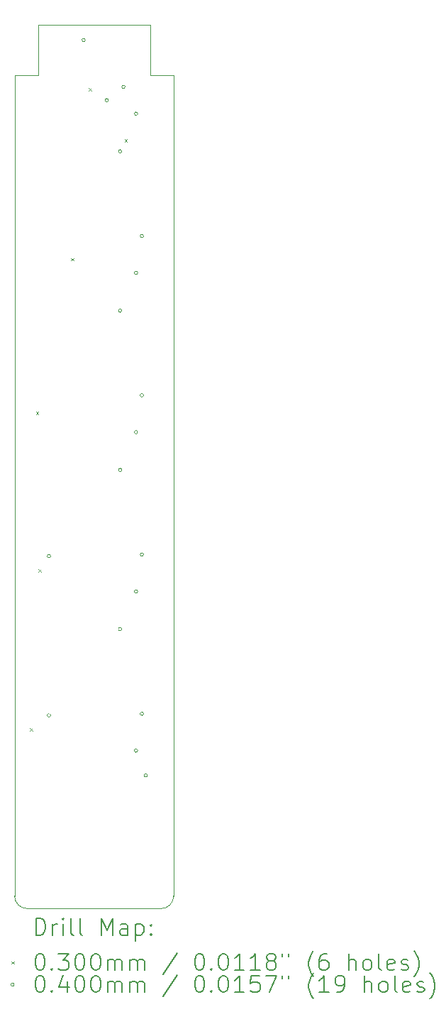
<source format=gbr>
%TF.GenerationSoftware,KiCad,Pcbnew,7.0.8*%
%TF.CreationDate,2023-12-05T05:13:54-08:00*%
%TF.ProjectId,Seismos_5-Key,53656973-6d6f-4735-9f35-2d4b65792e6b,rev?*%
%TF.SameCoordinates,Original*%
%TF.FileFunction,Drillmap*%
%TF.FilePolarity,Positive*%
%FSLAX45Y45*%
G04 Gerber Fmt 4.5, Leading zero omitted, Abs format (unit mm)*
G04 Created by KiCad (PCBNEW 7.0.8) date 2023-12-05 05:13:54*
%MOMM*%
%LPD*%
G01*
G04 APERTURE LIST*
%ADD10C,0.100000*%
%ADD11C,0.200000*%
%ADD12C,0.030000*%
%ADD13C,0.040000*%
G04 APERTURE END LIST*
D10*
X3750000Y-12893934D02*
X3750000Y-3100000D01*
X5500000Y-13043934D02*
X3900000Y-13043934D01*
X3750006Y-12893934D02*
G75*
G03*
X3900000Y-13043934I149994J-6D01*
G01*
X4030000Y-2500000D02*
X4030000Y-3100000D01*
X3750000Y-3100000D02*
X4030000Y-3100000D01*
X5650000Y-3100000D02*
X5370000Y-3100000D01*
X5500000Y-13043940D02*
G75*
G03*
X5650000Y-12893934I-10J150010D01*
G01*
X5650000Y-3100000D02*
X5650000Y-12893934D01*
X5370000Y-3100000D02*
X5370000Y-2500000D01*
X4030000Y-2500000D02*
X5370000Y-2500000D01*
D11*
D12*
X3935000Y-10895000D02*
X3965000Y-10925000D01*
X3965000Y-10895000D02*
X3935000Y-10925000D01*
X4005000Y-7115000D02*
X4035000Y-7145000D01*
X4035000Y-7115000D02*
X4005000Y-7145000D01*
X4035000Y-8995000D02*
X4065000Y-9025000D01*
X4065000Y-8995000D02*
X4035000Y-9025000D01*
X4423050Y-5285000D02*
X4453050Y-5315000D01*
X4453050Y-5285000D02*
X4423050Y-5315000D01*
X4635000Y-3255000D02*
X4665000Y-3285000D01*
X4665000Y-3255000D02*
X4635000Y-3285000D01*
X5065000Y-3865000D02*
X5095000Y-3895000D01*
X5095000Y-3865000D02*
X5065000Y-3895000D01*
D13*
X4180000Y-8840000D02*
G75*
G03*
X4180000Y-8840000I-20000J0D01*
G01*
X4180000Y-10740000D02*
G75*
G03*
X4180000Y-10740000I-20000J0D01*
G01*
X4595000Y-2681000D02*
G75*
G03*
X4595000Y-2681000I-20000J0D01*
G01*
X4870000Y-3400000D02*
G75*
G03*
X4870000Y-3400000I-20000J0D01*
G01*
X5030000Y-4010000D02*
G75*
G03*
X5030000Y-4010000I-20000J0D01*
G01*
X5030000Y-5910000D02*
G75*
G03*
X5030000Y-5910000I-20000J0D01*
G01*
X5030000Y-7810000D02*
G75*
G03*
X5030000Y-7810000I-20000J0D01*
G01*
X5030000Y-9710000D02*
G75*
G03*
X5030000Y-9710000I-20000J0D01*
G01*
X5070000Y-3240000D02*
G75*
G03*
X5070000Y-3240000I-20000J0D01*
G01*
X5220000Y-3560000D02*
G75*
G03*
X5220000Y-3560000I-20000J0D01*
G01*
X5220000Y-5460000D02*
G75*
G03*
X5220000Y-5460000I-20000J0D01*
G01*
X5220000Y-7360000D02*
G75*
G03*
X5220000Y-7360000I-20000J0D01*
G01*
X5220000Y-9260000D02*
G75*
G03*
X5220000Y-9260000I-20000J0D01*
G01*
X5220000Y-11160000D02*
G75*
G03*
X5220000Y-11160000I-20000J0D01*
G01*
X5290000Y-5020000D02*
G75*
G03*
X5290000Y-5020000I-20000J0D01*
G01*
X5290000Y-6920000D02*
G75*
G03*
X5290000Y-6920000I-20000J0D01*
G01*
X5290000Y-8820000D02*
G75*
G03*
X5290000Y-8820000I-20000J0D01*
G01*
X5290000Y-10720000D02*
G75*
G03*
X5290000Y-10720000I-20000J0D01*
G01*
X5336100Y-11455000D02*
G75*
G03*
X5336100Y-11455000I-20000J0D01*
G01*
D11*
X4005777Y-13360418D02*
X4005777Y-13160418D01*
X4005777Y-13160418D02*
X4053396Y-13160418D01*
X4053396Y-13160418D02*
X4081967Y-13169942D01*
X4081967Y-13169942D02*
X4101015Y-13188989D01*
X4101015Y-13188989D02*
X4110539Y-13208037D01*
X4110539Y-13208037D02*
X4120062Y-13246132D01*
X4120062Y-13246132D02*
X4120062Y-13274703D01*
X4120062Y-13274703D02*
X4110539Y-13312799D01*
X4110539Y-13312799D02*
X4101015Y-13331846D01*
X4101015Y-13331846D02*
X4081967Y-13350894D01*
X4081967Y-13350894D02*
X4053396Y-13360418D01*
X4053396Y-13360418D02*
X4005777Y-13360418D01*
X4205777Y-13360418D02*
X4205777Y-13227084D01*
X4205777Y-13265180D02*
X4215301Y-13246132D01*
X4215301Y-13246132D02*
X4224824Y-13236608D01*
X4224824Y-13236608D02*
X4243872Y-13227084D01*
X4243872Y-13227084D02*
X4262920Y-13227084D01*
X4329586Y-13360418D02*
X4329586Y-13227084D01*
X4329586Y-13160418D02*
X4320063Y-13169942D01*
X4320063Y-13169942D02*
X4329586Y-13179465D01*
X4329586Y-13179465D02*
X4339110Y-13169942D01*
X4339110Y-13169942D02*
X4329586Y-13160418D01*
X4329586Y-13160418D02*
X4329586Y-13179465D01*
X4453396Y-13360418D02*
X4434348Y-13350894D01*
X4434348Y-13350894D02*
X4424824Y-13331846D01*
X4424824Y-13331846D02*
X4424824Y-13160418D01*
X4558158Y-13360418D02*
X4539110Y-13350894D01*
X4539110Y-13350894D02*
X4529586Y-13331846D01*
X4529586Y-13331846D02*
X4529586Y-13160418D01*
X4786729Y-13360418D02*
X4786729Y-13160418D01*
X4786729Y-13160418D02*
X4853396Y-13303275D01*
X4853396Y-13303275D02*
X4920063Y-13160418D01*
X4920063Y-13160418D02*
X4920063Y-13360418D01*
X5101015Y-13360418D02*
X5101015Y-13255656D01*
X5101015Y-13255656D02*
X5091491Y-13236608D01*
X5091491Y-13236608D02*
X5072444Y-13227084D01*
X5072444Y-13227084D02*
X5034348Y-13227084D01*
X5034348Y-13227084D02*
X5015301Y-13236608D01*
X5101015Y-13350894D02*
X5081967Y-13360418D01*
X5081967Y-13360418D02*
X5034348Y-13360418D01*
X5034348Y-13360418D02*
X5015301Y-13350894D01*
X5015301Y-13350894D02*
X5005777Y-13331846D01*
X5005777Y-13331846D02*
X5005777Y-13312799D01*
X5005777Y-13312799D02*
X5015301Y-13293751D01*
X5015301Y-13293751D02*
X5034348Y-13284227D01*
X5034348Y-13284227D02*
X5081967Y-13284227D01*
X5081967Y-13284227D02*
X5101015Y-13274703D01*
X5196253Y-13227084D02*
X5196253Y-13427084D01*
X5196253Y-13236608D02*
X5215301Y-13227084D01*
X5215301Y-13227084D02*
X5253396Y-13227084D01*
X5253396Y-13227084D02*
X5272444Y-13236608D01*
X5272444Y-13236608D02*
X5281967Y-13246132D01*
X5281967Y-13246132D02*
X5291491Y-13265180D01*
X5291491Y-13265180D02*
X5291491Y-13322322D01*
X5291491Y-13322322D02*
X5281967Y-13341370D01*
X5281967Y-13341370D02*
X5272444Y-13350894D01*
X5272444Y-13350894D02*
X5253396Y-13360418D01*
X5253396Y-13360418D02*
X5215301Y-13360418D01*
X5215301Y-13360418D02*
X5196253Y-13350894D01*
X5377205Y-13341370D02*
X5386729Y-13350894D01*
X5386729Y-13350894D02*
X5377205Y-13360418D01*
X5377205Y-13360418D02*
X5367682Y-13350894D01*
X5367682Y-13350894D02*
X5377205Y-13341370D01*
X5377205Y-13341370D02*
X5377205Y-13360418D01*
X5377205Y-13236608D02*
X5386729Y-13246132D01*
X5386729Y-13246132D02*
X5377205Y-13255656D01*
X5377205Y-13255656D02*
X5367682Y-13246132D01*
X5367682Y-13246132D02*
X5377205Y-13236608D01*
X5377205Y-13236608D02*
X5377205Y-13255656D01*
D12*
X3715000Y-13673934D02*
X3745000Y-13703934D01*
X3745000Y-13673934D02*
X3715000Y-13703934D01*
D11*
X4043872Y-13580418D02*
X4062920Y-13580418D01*
X4062920Y-13580418D02*
X4081967Y-13589942D01*
X4081967Y-13589942D02*
X4091491Y-13599465D01*
X4091491Y-13599465D02*
X4101015Y-13618513D01*
X4101015Y-13618513D02*
X4110539Y-13656608D01*
X4110539Y-13656608D02*
X4110539Y-13704227D01*
X4110539Y-13704227D02*
X4101015Y-13742322D01*
X4101015Y-13742322D02*
X4091491Y-13761370D01*
X4091491Y-13761370D02*
X4081967Y-13770894D01*
X4081967Y-13770894D02*
X4062920Y-13780418D01*
X4062920Y-13780418D02*
X4043872Y-13780418D01*
X4043872Y-13780418D02*
X4024824Y-13770894D01*
X4024824Y-13770894D02*
X4015301Y-13761370D01*
X4015301Y-13761370D02*
X4005777Y-13742322D01*
X4005777Y-13742322D02*
X3996253Y-13704227D01*
X3996253Y-13704227D02*
X3996253Y-13656608D01*
X3996253Y-13656608D02*
X4005777Y-13618513D01*
X4005777Y-13618513D02*
X4015301Y-13599465D01*
X4015301Y-13599465D02*
X4024824Y-13589942D01*
X4024824Y-13589942D02*
X4043872Y-13580418D01*
X4196253Y-13761370D02*
X4205777Y-13770894D01*
X4205777Y-13770894D02*
X4196253Y-13780418D01*
X4196253Y-13780418D02*
X4186729Y-13770894D01*
X4186729Y-13770894D02*
X4196253Y-13761370D01*
X4196253Y-13761370D02*
X4196253Y-13780418D01*
X4272444Y-13580418D02*
X4396253Y-13580418D01*
X4396253Y-13580418D02*
X4329586Y-13656608D01*
X4329586Y-13656608D02*
X4358158Y-13656608D01*
X4358158Y-13656608D02*
X4377205Y-13666132D01*
X4377205Y-13666132D02*
X4386729Y-13675656D01*
X4386729Y-13675656D02*
X4396253Y-13694703D01*
X4396253Y-13694703D02*
X4396253Y-13742322D01*
X4396253Y-13742322D02*
X4386729Y-13761370D01*
X4386729Y-13761370D02*
X4377205Y-13770894D01*
X4377205Y-13770894D02*
X4358158Y-13780418D01*
X4358158Y-13780418D02*
X4301015Y-13780418D01*
X4301015Y-13780418D02*
X4281967Y-13770894D01*
X4281967Y-13770894D02*
X4272444Y-13761370D01*
X4520063Y-13580418D02*
X4539110Y-13580418D01*
X4539110Y-13580418D02*
X4558158Y-13589942D01*
X4558158Y-13589942D02*
X4567682Y-13599465D01*
X4567682Y-13599465D02*
X4577205Y-13618513D01*
X4577205Y-13618513D02*
X4586729Y-13656608D01*
X4586729Y-13656608D02*
X4586729Y-13704227D01*
X4586729Y-13704227D02*
X4577205Y-13742322D01*
X4577205Y-13742322D02*
X4567682Y-13761370D01*
X4567682Y-13761370D02*
X4558158Y-13770894D01*
X4558158Y-13770894D02*
X4539110Y-13780418D01*
X4539110Y-13780418D02*
X4520063Y-13780418D01*
X4520063Y-13780418D02*
X4501015Y-13770894D01*
X4501015Y-13770894D02*
X4491491Y-13761370D01*
X4491491Y-13761370D02*
X4481967Y-13742322D01*
X4481967Y-13742322D02*
X4472444Y-13704227D01*
X4472444Y-13704227D02*
X4472444Y-13656608D01*
X4472444Y-13656608D02*
X4481967Y-13618513D01*
X4481967Y-13618513D02*
X4491491Y-13599465D01*
X4491491Y-13599465D02*
X4501015Y-13589942D01*
X4501015Y-13589942D02*
X4520063Y-13580418D01*
X4710539Y-13580418D02*
X4729586Y-13580418D01*
X4729586Y-13580418D02*
X4748634Y-13589942D01*
X4748634Y-13589942D02*
X4758158Y-13599465D01*
X4758158Y-13599465D02*
X4767682Y-13618513D01*
X4767682Y-13618513D02*
X4777205Y-13656608D01*
X4777205Y-13656608D02*
X4777205Y-13704227D01*
X4777205Y-13704227D02*
X4767682Y-13742322D01*
X4767682Y-13742322D02*
X4758158Y-13761370D01*
X4758158Y-13761370D02*
X4748634Y-13770894D01*
X4748634Y-13770894D02*
X4729586Y-13780418D01*
X4729586Y-13780418D02*
X4710539Y-13780418D01*
X4710539Y-13780418D02*
X4691491Y-13770894D01*
X4691491Y-13770894D02*
X4681967Y-13761370D01*
X4681967Y-13761370D02*
X4672444Y-13742322D01*
X4672444Y-13742322D02*
X4662920Y-13704227D01*
X4662920Y-13704227D02*
X4662920Y-13656608D01*
X4662920Y-13656608D02*
X4672444Y-13618513D01*
X4672444Y-13618513D02*
X4681967Y-13599465D01*
X4681967Y-13599465D02*
X4691491Y-13589942D01*
X4691491Y-13589942D02*
X4710539Y-13580418D01*
X4862920Y-13780418D02*
X4862920Y-13647084D01*
X4862920Y-13666132D02*
X4872444Y-13656608D01*
X4872444Y-13656608D02*
X4891491Y-13647084D01*
X4891491Y-13647084D02*
X4920063Y-13647084D01*
X4920063Y-13647084D02*
X4939110Y-13656608D01*
X4939110Y-13656608D02*
X4948634Y-13675656D01*
X4948634Y-13675656D02*
X4948634Y-13780418D01*
X4948634Y-13675656D02*
X4958158Y-13656608D01*
X4958158Y-13656608D02*
X4977205Y-13647084D01*
X4977205Y-13647084D02*
X5005777Y-13647084D01*
X5005777Y-13647084D02*
X5024825Y-13656608D01*
X5024825Y-13656608D02*
X5034348Y-13675656D01*
X5034348Y-13675656D02*
X5034348Y-13780418D01*
X5129586Y-13780418D02*
X5129586Y-13647084D01*
X5129586Y-13666132D02*
X5139110Y-13656608D01*
X5139110Y-13656608D02*
X5158158Y-13647084D01*
X5158158Y-13647084D02*
X5186729Y-13647084D01*
X5186729Y-13647084D02*
X5205777Y-13656608D01*
X5205777Y-13656608D02*
X5215301Y-13675656D01*
X5215301Y-13675656D02*
X5215301Y-13780418D01*
X5215301Y-13675656D02*
X5224825Y-13656608D01*
X5224825Y-13656608D02*
X5243872Y-13647084D01*
X5243872Y-13647084D02*
X5272444Y-13647084D01*
X5272444Y-13647084D02*
X5291491Y-13656608D01*
X5291491Y-13656608D02*
X5301015Y-13675656D01*
X5301015Y-13675656D02*
X5301015Y-13780418D01*
X5691491Y-13570894D02*
X5520063Y-13828037D01*
X5948634Y-13580418D02*
X5967682Y-13580418D01*
X5967682Y-13580418D02*
X5986729Y-13589942D01*
X5986729Y-13589942D02*
X5996253Y-13599465D01*
X5996253Y-13599465D02*
X6005777Y-13618513D01*
X6005777Y-13618513D02*
X6015301Y-13656608D01*
X6015301Y-13656608D02*
X6015301Y-13704227D01*
X6015301Y-13704227D02*
X6005777Y-13742322D01*
X6005777Y-13742322D02*
X5996253Y-13761370D01*
X5996253Y-13761370D02*
X5986729Y-13770894D01*
X5986729Y-13770894D02*
X5967682Y-13780418D01*
X5967682Y-13780418D02*
X5948634Y-13780418D01*
X5948634Y-13780418D02*
X5929586Y-13770894D01*
X5929586Y-13770894D02*
X5920063Y-13761370D01*
X5920063Y-13761370D02*
X5910539Y-13742322D01*
X5910539Y-13742322D02*
X5901015Y-13704227D01*
X5901015Y-13704227D02*
X5901015Y-13656608D01*
X5901015Y-13656608D02*
X5910539Y-13618513D01*
X5910539Y-13618513D02*
X5920063Y-13599465D01*
X5920063Y-13599465D02*
X5929586Y-13589942D01*
X5929586Y-13589942D02*
X5948634Y-13580418D01*
X6101015Y-13761370D02*
X6110539Y-13770894D01*
X6110539Y-13770894D02*
X6101015Y-13780418D01*
X6101015Y-13780418D02*
X6091491Y-13770894D01*
X6091491Y-13770894D02*
X6101015Y-13761370D01*
X6101015Y-13761370D02*
X6101015Y-13780418D01*
X6234348Y-13580418D02*
X6253396Y-13580418D01*
X6253396Y-13580418D02*
X6272444Y-13589942D01*
X6272444Y-13589942D02*
X6281967Y-13599465D01*
X6281967Y-13599465D02*
X6291491Y-13618513D01*
X6291491Y-13618513D02*
X6301015Y-13656608D01*
X6301015Y-13656608D02*
X6301015Y-13704227D01*
X6301015Y-13704227D02*
X6291491Y-13742322D01*
X6291491Y-13742322D02*
X6281967Y-13761370D01*
X6281967Y-13761370D02*
X6272444Y-13770894D01*
X6272444Y-13770894D02*
X6253396Y-13780418D01*
X6253396Y-13780418D02*
X6234348Y-13780418D01*
X6234348Y-13780418D02*
X6215301Y-13770894D01*
X6215301Y-13770894D02*
X6205777Y-13761370D01*
X6205777Y-13761370D02*
X6196253Y-13742322D01*
X6196253Y-13742322D02*
X6186729Y-13704227D01*
X6186729Y-13704227D02*
X6186729Y-13656608D01*
X6186729Y-13656608D02*
X6196253Y-13618513D01*
X6196253Y-13618513D02*
X6205777Y-13599465D01*
X6205777Y-13599465D02*
X6215301Y-13589942D01*
X6215301Y-13589942D02*
X6234348Y-13580418D01*
X6491491Y-13780418D02*
X6377206Y-13780418D01*
X6434348Y-13780418D02*
X6434348Y-13580418D01*
X6434348Y-13580418D02*
X6415301Y-13608989D01*
X6415301Y-13608989D02*
X6396253Y-13628037D01*
X6396253Y-13628037D02*
X6377206Y-13637561D01*
X6681967Y-13780418D02*
X6567682Y-13780418D01*
X6624825Y-13780418D02*
X6624825Y-13580418D01*
X6624825Y-13580418D02*
X6605777Y-13608989D01*
X6605777Y-13608989D02*
X6586729Y-13628037D01*
X6586729Y-13628037D02*
X6567682Y-13637561D01*
X6796253Y-13666132D02*
X6777206Y-13656608D01*
X6777206Y-13656608D02*
X6767682Y-13647084D01*
X6767682Y-13647084D02*
X6758158Y-13628037D01*
X6758158Y-13628037D02*
X6758158Y-13618513D01*
X6758158Y-13618513D02*
X6767682Y-13599465D01*
X6767682Y-13599465D02*
X6777206Y-13589942D01*
X6777206Y-13589942D02*
X6796253Y-13580418D01*
X6796253Y-13580418D02*
X6834348Y-13580418D01*
X6834348Y-13580418D02*
X6853396Y-13589942D01*
X6853396Y-13589942D02*
X6862920Y-13599465D01*
X6862920Y-13599465D02*
X6872444Y-13618513D01*
X6872444Y-13618513D02*
X6872444Y-13628037D01*
X6872444Y-13628037D02*
X6862920Y-13647084D01*
X6862920Y-13647084D02*
X6853396Y-13656608D01*
X6853396Y-13656608D02*
X6834348Y-13666132D01*
X6834348Y-13666132D02*
X6796253Y-13666132D01*
X6796253Y-13666132D02*
X6777206Y-13675656D01*
X6777206Y-13675656D02*
X6767682Y-13685180D01*
X6767682Y-13685180D02*
X6758158Y-13704227D01*
X6758158Y-13704227D02*
X6758158Y-13742322D01*
X6758158Y-13742322D02*
X6767682Y-13761370D01*
X6767682Y-13761370D02*
X6777206Y-13770894D01*
X6777206Y-13770894D02*
X6796253Y-13780418D01*
X6796253Y-13780418D02*
X6834348Y-13780418D01*
X6834348Y-13780418D02*
X6853396Y-13770894D01*
X6853396Y-13770894D02*
X6862920Y-13761370D01*
X6862920Y-13761370D02*
X6872444Y-13742322D01*
X6872444Y-13742322D02*
X6872444Y-13704227D01*
X6872444Y-13704227D02*
X6862920Y-13685180D01*
X6862920Y-13685180D02*
X6853396Y-13675656D01*
X6853396Y-13675656D02*
X6834348Y-13666132D01*
X6948634Y-13580418D02*
X6948634Y-13618513D01*
X7024825Y-13580418D02*
X7024825Y-13618513D01*
X7320063Y-13856608D02*
X7310539Y-13847084D01*
X7310539Y-13847084D02*
X7291491Y-13818513D01*
X7291491Y-13818513D02*
X7281968Y-13799465D01*
X7281968Y-13799465D02*
X7272444Y-13770894D01*
X7272444Y-13770894D02*
X7262920Y-13723275D01*
X7262920Y-13723275D02*
X7262920Y-13685180D01*
X7262920Y-13685180D02*
X7272444Y-13637561D01*
X7272444Y-13637561D02*
X7281968Y-13608989D01*
X7281968Y-13608989D02*
X7291491Y-13589942D01*
X7291491Y-13589942D02*
X7310539Y-13561370D01*
X7310539Y-13561370D02*
X7320063Y-13551846D01*
X7481968Y-13580418D02*
X7443872Y-13580418D01*
X7443872Y-13580418D02*
X7424825Y-13589942D01*
X7424825Y-13589942D02*
X7415301Y-13599465D01*
X7415301Y-13599465D02*
X7396253Y-13628037D01*
X7396253Y-13628037D02*
X7386729Y-13666132D01*
X7386729Y-13666132D02*
X7386729Y-13742322D01*
X7386729Y-13742322D02*
X7396253Y-13761370D01*
X7396253Y-13761370D02*
X7405777Y-13770894D01*
X7405777Y-13770894D02*
X7424825Y-13780418D01*
X7424825Y-13780418D02*
X7462920Y-13780418D01*
X7462920Y-13780418D02*
X7481968Y-13770894D01*
X7481968Y-13770894D02*
X7491491Y-13761370D01*
X7491491Y-13761370D02*
X7501015Y-13742322D01*
X7501015Y-13742322D02*
X7501015Y-13694703D01*
X7501015Y-13694703D02*
X7491491Y-13675656D01*
X7491491Y-13675656D02*
X7481968Y-13666132D01*
X7481968Y-13666132D02*
X7462920Y-13656608D01*
X7462920Y-13656608D02*
X7424825Y-13656608D01*
X7424825Y-13656608D02*
X7405777Y-13666132D01*
X7405777Y-13666132D02*
X7396253Y-13675656D01*
X7396253Y-13675656D02*
X7386729Y-13694703D01*
X7739110Y-13780418D02*
X7739110Y-13580418D01*
X7824825Y-13780418D02*
X7824825Y-13675656D01*
X7824825Y-13675656D02*
X7815301Y-13656608D01*
X7815301Y-13656608D02*
X7796253Y-13647084D01*
X7796253Y-13647084D02*
X7767682Y-13647084D01*
X7767682Y-13647084D02*
X7748634Y-13656608D01*
X7748634Y-13656608D02*
X7739110Y-13666132D01*
X7948634Y-13780418D02*
X7929587Y-13770894D01*
X7929587Y-13770894D02*
X7920063Y-13761370D01*
X7920063Y-13761370D02*
X7910539Y-13742322D01*
X7910539Y-13742322D02*
X7910539Y-13685180D01*
X7910539Y-13685180D02*
X7920063Y-13666132D01*
X7920063Y-13666132D02*
X7929587Y-13656608D01*
X7929587Y-13656608D02*
X7948634Y-13647084D01*
X7948634Y-13647084D02*
X7977206Y-13647084D01*
X7977206Y-13647084D02*
X7996253Y-13656608D01*
X7996253Y-13656608D02*
X8005777Y-13666132D01*
X8005777Y-13666132D02*
X8015301Y-13685180D01*
X8015301Y-13685180D02*
X8015301Y-13742322D01*
X8015301Y-13742322D02*
X8005777Y-13761370D01*
X8005777Y-13761370D02*
X7996253Y-13770894D01*
X7996253Y-13770894D02*
X7977206Y-13780418D01*
X7977206Y-13780418D02*
X7948634Y-13780418D01*
X8129587Y-13780418D02*
X8110539Y-13770894D01*
X8110539Y-13770894D02*
X8101015Y-13751846D01*
X8101015Y-13751846D02*
X8101015Y-13580418D01*
X8281968Y-13770894D02*
X8262920Y-13780418D01*
X8262920Y-13780418D02*
X8224825Y-13780418D01*
X8224825Y-13780418D02*
X8205777Y-13770894D01*
X8205777Y-13770894D02*
X8196253Y-13751846D01*
X8196253Y-13751846D02*
X8196253Y-13675656D01*
X8196253Y-13675656D02*
X8205777Y-13656608D01*
X8205777Y-13656608D02*
X8224825Y-13647084D01*
X8224825Y-13647084D02*
X8262920Y-13647084D01*
X8262920Y-13647084D02*
X8281968Y-13656608D01*
X8281968Y-13656608D02*
X8291491Y-13675656D01*
X8291491Y-13675656D02*
X8291491Y-13694703D01*
X8291491Y-13694703D02*
X8196253Y-13713751D01*
X8367682Y-13770894D02*
X8386730Y-13780418D01*
X8386730Y-13780418D02*
X8424825Y-13780418D01*
X8424825Y-13780418D02*
X8443873Y-13770894D01*
X8443873Y-13770894D02*
X8453396Y-13751846D01*
X8453396Y-13751846D02*
X8453396Y-13742322D01*
X8453396Y-13742322D02*
X8443873Y-13723275D01*
X8443873Y-13723275D02*
X8424825Y-13713751D01*
X8424825Y-13713751D02*
X8396253Y-13713751D01*
X8396253Y-13713751D02*
X8377206Y-13704227D01*
X8377206Y-13704227D02*
X8367682Y-13685180D01*
X8367682Y-13685180D02*
X8367682Y-13675656D01*
X8367682Y-13675656D02*
X8377206Y-13656608D01*
X8377206Y-13656608D02*
X8396253Y-13647084D01*
X8396253Y-13647084D02*
X8424825Y-13647084D01*
X8424825Y-13647084D02*
X8443873Y-13656608D01*
X8520063Y-13856608D02*
X8529587Y-13847084D01*
X8529587Y-13847084D02*
X8548634Y-13818513D01*
X8548634Y-13818513D02*
X8558158Y-13799465D01*
X8558158Y-13799465D02*
X8567682Y-13770894D01*
X8567682Y-13770894D02*
X8577206Y-13723275D01*
X8577206Y-13723275D02*
X8577206Y-13685180D01*
X8577206Y-13685180D02*
X8567682Y-13637561D01*
X8567682Y-13637561D02*
X8558158Y-13608989D01*
X8558158Y-13608989D02*
X8548634Y-13589942D01*
X8548634Y-13589942D02*
X8529587Y-13561370D01*
X8529587Y-13561370D02*
X8520063Y-13551846D01*
D13*
X3745000Y-13952934D02*
G75*
G03*
X3745000Y-13952934I-20000J0D01*
G01*
D11*
X4043872Y-13844418D02*
X4062920Y-13844418D01*
X4062920Y-13844418D02*
X4081967Y-13853942D01*
X4081967Y-13853942D02*
X4091491Y-13863465D01*
X4091491Y-13863465D02*
X4101015Y-13882513D01*
X4101015Y-13882513D02*
X4110539Y-13920608D01*
X4110539Y-13920608D02*
X4110539Y-13968227D01*
X4110539Y-13968227D02*
X4101015Y-14006322D01*
X4101015Y-14006322D02*
X4091491Y-14025370D01*
X4091491Y-14025370D02*
X4081967Y-14034894D01*
X4081967Y-14034894D02*
X4062920Y-14044418D01*
X4062920Y-14044418D02*
X4043872Y-14044418D01*
X4043872Y-14044418D02*
X4024824Y-14034894D01*
X4024824Y-14034894D02*
X4015301Y-14025370D01*
X4015301Y-14025370D02*
X4005777Y-14006322D01*
X4005777Y-14006322D02*
X3996253Y-13968227D01*
X3996253Y-13968227D02*
X3996253Y-13920608D01*
X3996253Y-13920608D02*
X4005777Y-13882513D01*
X4005777Y-13882513D02*
X4015301Y-13863465D01*
X4015301Y-13863465D02*
X4024824Y-13853942D01*
X4024824Y-13853942D02*
X4043872Y-13844418D01*
X4196253Y-14025370D02*
X4205777Y-14034894D01*
X4205777Y-14034894D02*
X4196253Y-14044418D01*
X4196253Y-14044418D02*
X4186729Y-14034894D01*
X4186729Y-14034894D02*
X4196253Y-14025370D01*
X4196253Y-14025370D02*
X4196253Y-14044418D01*
X4377205Y-13911084D02*
X4377205Y-14044418D01*
X4329586Y-13834894D02*
X4281967Y-13977751D01*
X4281967Y-13977751D02*
X4405777Y-13977751D01*
X4520063Y-13844418D02*
X4539110Y-13844418D01*
X4539110Y-13844418D02*
X4558158Y-13853942D01*
X4558158Y-13853942D02*
X4567682Y-13863465D01*
X4567682Y-13863465D02*
X4577205Y-13882513D01*
X4577205Y-13882513D02*
X4586729Y-13920608D01*
X4586729Y-13920608D02*
X4586729Y-13968227D01*
X4586729Y-13968227D02*
X4577205Y-14006322D01*
X4577205Y-14006322D02*
X4567682Y-14025370D01*
X4567682Y-14025370D02*
X4558158Y-14034894D01*
X4558158Y-14034894D02*
X4539110Y-14044418D01*
X4539110Y-14044418D02*
X4520063Y-14044418D01*
X4520063Y-14044418D02*
X4501015Y-14034894D01*
X4501015Y-14034894D02*
X4491491Y-14025370D01*
X4491491Y-14025370D02*
X4481967Y-14006322D01*
X4481967Y-14006322D02*
X4472444Y-13968227D01*
X4472444Y-13968227D02*
X4472444Y-13920608D01*
X4472444Y-13920608D02*
X4481967Y-13882513D01*
X4481967Y-13882513D02*
X4491491Y-13863465D01*
X4491491Y-13863465D02*
X4501015Y-13853942D01*
X4501015Y-13853942D02*
X4520063Y-13844418D01*
X4710539Y-13844418D02*
X4729586Y-13844418D01*
X4729586Y-13844418D02*
X4748634Y-13853942D01*
X4748634Y-13853942D02*
X4758158Y-13863465D01*
X4758158Y-13863465D02*
X4767682Y-13882513D01*
X4767682Y-13882513D02*
X4777205Y-13920608D01*
X4777205Y-13920608D02*
X4777205Y-13968227D01*
X4777205Y-13968227D02*
X4767682Y-14006322D01*
X4767682Y-14006322D02*
X4758158Y-14025370D01*
X4758158Y-14025370D02*
X4748634Y-14034894D01*
X4748634Y-14034894D02*
X4729586Y-14044418D01*
X4729586Y-14044418D02*
X4710539Y-14044418D01*
X4710539Y-14044418D02*
X4691491Y-14034894D01*
X4691491Y-14034894D02*
X4681967Y-14025370D01*
X4681967Y-14025370D02*
X4672444Y-14006322D01*
X4672444Y-14006322D02*
X4662920Y-13968227D01*
X4662920Y-13968227D02*
X4662920Y-13920608D01*
X4662920Y-13920608D02*
X4672444Y-13882513D01*
X4672444Y-13882513D02*
X4681967Y-13863465D01*
X4681967Y-13863465D02*
X4691491Y-13853942D01*
X4691491Y-13853942D02*
X4710539Y-13844418D01*
X4862920Y-14044418D02*
X4862920Y-13911084D01*
X4862920Y-13930132D02*
X4872444Y-13920608D01*
X4872444Y-13920608D02*
X4891491Y-13911084D01*
X4891491Y-13911084D02*
X4920063Y-13911084D01*
X4920063Y-13911084D02*
X4939110Y-13920608D01*
X4939110Y-13920608D02*
X4948634Y-13939656D01*
X4948634Y-13939656D02*
X4948634Y-14044418D01*
X4948634Y-13939656D02*
X4958158Y-13920608D01*
X4958158Y-13920608D02*
X4977205Y-13911084D01*
X4977205Y-13911084D02*
X5005777Y-13911084D01*
X5005777Y-13911084D02*
X5024825Y-13920608D01*
X5024825Y-13920608D02*
X5034348Y-13939656D01*
X5034348Y-13939656D02*
X5034348Y-14044418D01*
X5129586Y-14044418D02*
X5129586Y-13911084D01*
X5129586Y-13930132D02*
X5139110Y-13920608D01*
X5139110Y-13920608D02*
X5158158Y-13911084D01*
X5158158Y-13911084D02*
X5186729Y-13911084D01*
X5186729Y-13911084D02*
X5205777Y-13920608D01*
X5205777Y-13920608D02*
X5215301Y-13939656D01*
X5215301Y-13939656D02*
X5215301Y-14044418D01*
X5215301Y-13939656D02*
X5224825Y-13920608D01*
X5224825Y-13920608D02*
X5243872Y-13911084D01*
X5243872Y-13911084D02*
X5272444Y-13911084D01*
X5272444Y-13911084D02*
X5291491Y-13920608D01*
X5291491Y-13920608D02*
X5301015Y-13939656D01*
X5301015Y-13939656D02*
X5301015Y-14044418D01*
X5691491Y-13834894D02*
X5520063Y-14092037D01*
X5948634Y-13844418D02*
X5967682Y-13844418D01*
X5967682Y-13844418D02*
X5986729Y-13853942D01*
X5986729Y-13853942D02*
X5996253Y-13863465D01*
X5996253Y-13863465D02*
X6005777Y-13882513D01*
X6005777Y-13882513D02*
X6015301Y-13920608D01*
X6015301Y-13920608D02*
X6015301Y-13968227D01*
X6015301Y-13968227D02*
X6005777Y-14006322D01*
X6005777Y-14006322D02*
X5996253Y-14025370D01*
X5996253Y-14025370D02*
X5986729Y-14034894D01*
X5986729Y-14034894D02*
X5967682Y-14044418D01*
X5967682Y-14044418D02*
X5948634Y-14044418D01*
X5948634Y-14044418D02*
X5929586Y-14034894D01*
X5929586Y-14034894D02*
X5920063Y-14025370D01*
X5920063Y-14025370D02*
X5910539Y-14006322D01*
X5910539Y-14006322D02*
X5901015Y-13968227D01*
X5901015Y-13968227D02*
X5901015Y-13920608D01*
X5901015Y-13920608D02*
X5910539Y-13882513D01*
X5910539Y-13882513D02*
X5920063Y-13863465D01*
X5920063Y-13863465D02*
X5929586Y-13853942D01*
X5929586Y-13853942D02*
X5948634Y-13844418D01*
X6101015Y-14025370D02*
X6110539Y-14034894D01*
X6110539Y-14034894D02*
X6101015Y-14044418D01*
X6101015Y-14044418D02*
X6091491Y-14034894D01*
X6091491Y-14034894D02*
X6101015Y-14025370D01*
X6101015Y-14025370D02*
X6101015Y-14044418D01*
X6234348Y-13844418D02*
X6253396Y-13844418D01*
X6253396Y-13844418D02*
X6272444Y-13853942D01*
X6272444Y-13853942D02*
X6281967Y-13863465D01*
X6281967Y-13863465D02*
X6291491Y-13882513D01*
X6291491Y-13882513D02*
X6301015Y-13920608D01*
X6301015Y-13920608D02*
X6301015Y-13968227D01*
X6301015Y-13968227D02*
X6291491Y-14006322D01*
X6291491Y-14006322D02*
X6281967Y-14025370D01*
X6281967Y-14025370D02*
X6272444Y-14034894D01*
X6272444Y-14034894D02*
X6253396Y-14044418D01*
X6253396Y-14044418D02*
X6234348Y-14044418D01*
X6234348Y-14044418D02*
X6215301Y-14034894D01*
X6215301Y-14034894D02*
X6205777Y-14025370D01*
X6205777Y-14025370D02*
X6196253Y-14006322D01*
X6196253Y-14006322D02*
X6186729Y-13968227D01*
X6186729Y-13968227D02*
X6186729Y-13920608D01*
X6186729Y-13920608D02*
X6196253Y-13882513D01*
X6196253Y-13882513D02*
X6205777Y-13863465D01*
X6205777Y-13863465D02*
X6215301Y-13853942D01*
X6215301Y-13853942D02*
X6234348Y-13844418D01*
X6491491Y-14044418D02*
X6377206Y-14044418D01*
X6434348Y-14044418D02*
X6434348Y-13844418D01*
X6434348Y-13844418D02*
X6415301Y-13872989D01*
X6415301Y-13872989D02*
X6396253Y-13892037D01*
X6396253Y-13892037D02*
X6377206Y-13901561D01*
X6672444Y-13844418D02*
X6577206Y-13844418D01*
X6577206Y-13844418D02*
X6567682Y-13939656D01*
X6567682Y-13939656D02*
X6577206Y-13930132D01*
X6577206Y-13930132D02*
X6596253Y-13920608D01*
X6596253Y-13920608D02*
X6643872Y-13920608D01*
X6643872Y-13920608D02*
X6662920Y-13930132D01*
X6662920Y-13930132D02*
X6672444Y-13939656D01*
X6672444Y-13939656D02*
X6681967Y-13958703D01*
X6681967Y-13958703D02*
X6681967Y-14006322D01*
X6681967Y-14006322D02*
X6672444Y-14025370D01*
X6672444Y-14025370D02*
X6662920Y-14034894D01*
X6662920Y-14034894D02*
X6643872Y-14044418D01*
X6643872Y-14044418D02*
X6596253Y-14044418D01*
X6596253Y-14044418D02*
X6577206Y-14034894D01*
X6577206Y-14034894D02*
X6567682Y-14025370D01*
X6748634Y-13844418D02*
X6881967Y-13844418D01*
X6881967Y-13844418D02*
X6796253Y-14044418D01*
X6948634Y-13844418D02*
X6948634Y-13882513D01*
X7024825Y-13844418D02*
X7024825Y-13882513D01*
X7320063Y-14120608D02*
X7310539Y-14111084D01*
X7310539Y-14111084D02*
X7291491Y-14082513D01*
X7291491Y-14082513D02*
X7281968Y-14063465D01*
X7281968Y-14063465D02*
X7272444Y-14034894D01*
X7272444Y-14034894D02*
X7262920Y-13987275D01*
X7262920Y-13987275D02*
X7262920Y-13949180D01*
X7262920Y-13949180D02*
X7272444Y-13901561D01*
X7272444Y-13901561D02*
X7281968Y-13872989D01*
X7281968Y-13872989D02*
X7291491Y-13853942D01*
X7291491Y-13853942D02*
X7310539Y-13825370D01*
X7310539Y-13825370D02*
X7320063Y-13815846D01*
X7501015Y-14044418D02*
X7386729Y-14044418D01*
X7443872Y-14044418D02*
X7443872Y-13844418D01*
X7443872Y-13844418D02*
X7424825Y-13872989D01*
X7424825Y-13872989D02*
X7405777Y-13892037D01*
X7405777Y-13892037D02*
X7386729Y-13901561D01*
X7596253Y-14044418D02*
X7634348Y-14044418D01*
X7634348Y-14044418D02*
X7653396Y-14034894D01*
X7653396Y-14034894D02*
X7662920Y-14025370D01*
X7662920Y-14025370D02*
X7681968Y-13996799D01*
X7681968Y-13996799D02*
X7691491Y-13958703D01*
X7691491Y-13958703D02*
X7691491Y-13882513D01*
X7691491Y-13882513D02*
X7681968Y-13863465D01*
X7681968Y-13863465D02*
X7672444Y-13853942D01*
X7672444Y-13853942D02*
X7653396Y-13844418D01*
X7653396Y-13844418D02*
X7615301Y-13844418D01*
X7615301Y-13844418D02*
X7596253Y-13853942D01*
X7596253Y-13853942D02*
X7586729Y-13863465D01*
X7586729Y-13863465D02*
X7577206Y-13882513D01*
X7577206Y-13882513D02*
X7577206Y-13930132D01*
X7577206Y-13930132D02*
X7586729Y-13949180D01*
X7586729Y-13949180D02*
X7596253Y-13958703D01*
X7596253Y-13958703D02*
X7615301Y-13968227D01*
X7615301Y-13968227D02*
X7653396Y-13968227D01*
X7653396Y-13968227D02*
X7672444Y-13958703D01*
X7672444Y-13958703D02*
X7681968Y-13949180D01*
X7681968Y-13949180D02*
X7691491Y-13930132D01*
X7929587Y-14044418D02*
X7929587Y-13844418D01*
X8015301Y-14044418D02*
X8015301Y-13939656D01*
X8015301Y-13939656D02*
X8005777Y-13920608D01*
X8005777Y-13920608D02*
X7986730Y-13911084D01*
X7986730Y-13911084D02*
X7958158Y-13911084D01*
X7958158Y-13911084D02*
X7939110Y-13920608D01*
X7939110Y-13920608D02*
X7929587Y-13930132D01*
X8139110Y-14044418D02*
X8120063Y-14034894D01*
X8120063Y-14034894D02*
X8110539Y-14025370D01*
X8110539Y-14025370D02*
X8101015Y-14006322D01*
X8101015Y-14006322D02*
X8101015Y-13949180D01*
X8101015Y-13949180D02*
X8110539Y-13930132D01*
X8110539Y-13930132D02*
X8120063Y-13920608D01*
X8120063Y-13920608D02*
X8139110Y-13911084D01*
X8139110Y-13911084D02*
X8167682Y-13911084D01*
X8167682Y-13911084D02*
X8186730Y-13920608D01*
X8186730Y-13920608D02*
X8196253Y-13930132D01*
X8196253Y-13930132D02*
X8205777Y-13949180D01*
X8205777Y-13949180D02*
X8205777Y-14006322D01*
X8205777Y-14006322D02*
X8196253Y-14025370D01*
X8196253Y-14025370D02*
X8186730Y-14034894D01*
X8186730Y-14034894D02*
X8167682Y-14044418D01*
X8167682Y-14044418D02*
X8139110Y-14044418D01*
X8320063Y-14044418D02*
X8301015Y-14034894D01*
X8301015Y-14034894D02*
X8291491Y-14015846D01*
X8291491Y-14015846D02*
X8291491Y-13844418D01*
X8472444Y-14034894D02*
X8453396Y-14044418D01*
X8453396Y-14044418D02*
X8415301Y-14044418D01*
X8415301Y-14044418D02*
X8396253Y-14034894D01*
X8396253Y-14034894D02*
X8386730Y-14015846D01*
X8386730Y-14015846D02*
X8386730Y-13939656D01*
X8386730Y-13939656D02*
X8396253Y-13920608D01*
X8396253Y-13920608D02*
X8415301Y-13911084D01*
X8415301Y-13911084D02*
X8453396Y-13911084D01*
X8453396Y-13911084D02*
X8472444Y-13920608D01*
X8472444Y-13920608D02*
X8481968Y-13939656D01*
X8481968Y-13939656D02*
X8481968Y-13958703D01*
X8481968Y-13958703D02*
X8386730Y-13977751D01*
X8558158Y-14034894D02*
X8577206Y-14044418D01*
X8577206Y-14044418D02*
X8615301Y-14044418D01*
X8615301Y-14044418D02*
X8634349Y-14034894D01*
X8634349Y-14034894D02*
X8643873Y-14015846D01*
X8643873Y-14015846D02*
X8643873Y-14006322D01*
X8643873Y-14006322D02*
X8634349Y-13987275D01*
X8634349Y-13987275D02*
X8615301Y-13977751D01*
X8615301Y-13977751D02*
X8586730Y-13977751D01*
X8586730Y-13977751D02*
X8567682Y-13968227D01*
X8567682Y-13968227D02*
X8558158Y-13949180D01*
X8558158Y-13949180D02*
X8558158Y-13939656D01*
X8558158Y-13939656D02*
X8567682Y-13920608D01*
X8567682Y-13920608D02*
X8586730Y-13911084D01*
X8586730Y-13911084D02*
X8615301Y-13911084D01*
X8615301Y-13911084D02*
X8634349Y-13920608D01*
X8710539Y-14120608D02*
X8720063Y-14111084D01*
X8720063Y-14111084D02*
X8739111Y-14082513D01*
X8739111Y-14082513D02*
X8748634Y-14063465D01*
X8748634Y-14063465D02*
X8758158Y-14034894D01*
X8758158Y-14034894D02*
X8767682Y-13987275D01*
X8767682Y-13987275D02*
X8767682Y-13949180D01*
X8767682Y-13949180D02*
X8758158Y-13901561D01*
X8758158Y-13901561D02*
X8748634Y-13872989D01*
X8748634Y-13872989D02*
X8739111Y-13853942D01*
X8739111Y-13853942D02*
X8720063Y-13825370D01*
X8720063Y-13825370D02*
X8710539Y-13815846D01*
M02*

</source>
